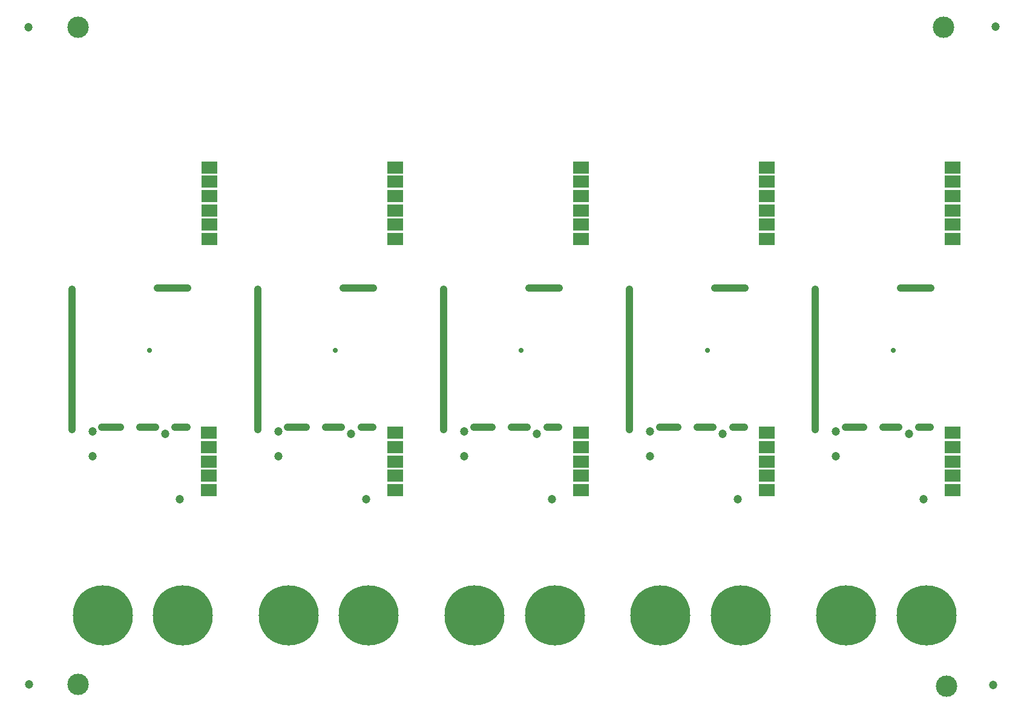
<source format=gts>
G04*
G04 #@! TF.GenerationSoftware,Altium Limited,Altium Designer,19.1.8 (144)*
G04*
G04 Layer_Color=8388736*
%FSAX25Y25*%
%MOIN*%
G70*
G01*
G75*
%ADD11C,0.04724*%
%ADD20C,0.03937*%
%ADD76C,0.11811*%
%ADD77R,0.08674X0.06706*%
%ADD78C,0.33084*%
%ADD79C,0.04737*%
%ADD80C,0.02769*%
D11*
X0103478Y0122323D02*
D03*
X0095394Y0158504D02*
D03*
X0055236Y0146063D02*
D03*
X0055315Y0159567D02*
D03*
X0205840Y0122323D02*
D03*
X0197756Y0158504D02*
D03*
X0157598Y0146063D02*
D03*
X0157677Y0159567D02*
D03*
X0308202Y0122323D02*
D03*
X0300118Y0158504D02*
D03*
X0259961Y0146063D02*
D03*
X0260039Y0159567D02*
D03*
X0410564Y0122323D02*
D03*
X0402480Y0158504D02*
D03*
X0362323Y0146063D02*
D03*
X0362402Y0159567D02*
D03*
X0512926Y0122323D02*
D03*
X0504843Y0158504D02*
D03*
X0464685Y0146063D02*
D03*
X0464764Y0159567D02*
D03*
D20*
X0100797Y0161929D02*
X0107323D01*
X0081221D02*
X0089961D01*
X0060433Y0162047D02*
X0070639D01*
X0044016Y0160560D02*
Y0238032D01*
X0091024Y0238622D02*
X0107598D01*
X0203159Y0161929D02*
X0209685D01*
X0183583D02*
X0192323D01*
X0162795Y0162047D02*
X0173001D01*
X0146378Y0160560D02*
Y0238032D01*
X0193386Y0238622D02*
X0209961D01*
X0305522Y0161929D02*
X0312047D01*
X0285945D02*
X0294685D01*
X0265158Y0162047D02*
X0275363D01*
X0248740Y0160560D02*
Y0238032D01*
X0295748Y0238622D02*
X0312323D01*
X0407884Y0161929D02*
X0414409D01*
X0388307D02*
X0397047D01*
X0367520Y0162047D02*
X0377725D01*
X0351102Y0160560D02*
Y0238032D01*
X0398110Y0238622D02*
X0414685D01*
X0510246Y0161929D02*
X0516772D01*
X0490669D02*
X0499409D01*
X0469882Y0162047D02*
X0480087D01*
X0453465Y0160560D02*
Y0238032D01*
X0500472Y0238622D02*
X0517047D01*
D76*
X0047244Y0382323D02*
D03*
X0525669Y0019331D02*
D03*
X0524016Y0382323D02*
D03*
X0047244Y0020394D02*
D03*
D77*
X0119460Y0158957D02*
D03*
Y0151083D02*
D03*
Y0143209D02*
D03*
Y0127461D02*
D03*
Y0135335D02*
D03*
X0119528Y0281496D02*
D03*
Y0265748D02*
D03*
Y0273622D02*
D03*
Y0289370D02*
D03*
Y0297244D02*
D03*
Y0305118D02*
D03*
X0221822Y0158957D02*
D03*
Y0151083D02*
D03*
Y0143209D02*
D03*
Y0127461D02*
D03*
Y0135335D02*
D03*
X0221890Y0281496D02*
D03*
Y0265748D02*
D03*
Y0273622D02*
D03*
Y0289370D02*
D03*
Y0297244D02*
D03*
Y0305118D02*
D03*
X0324184Y0158957D02*
D03*
Y0151083D02*
D03*
Y0143209D02*
D03*
Y0127461D02*
D03*
Y0135335D02*
D03*
X0324252Y0281496D02*
D03*
Y0265748D02*
D03*
Y0273622D02*
D03*
Y0289370D02*
D03*
Y0297244D02*
D03*
Y0305118D02*
D03*
X0426547Y0158957D02*
D03*
Y0151083D02*
D03*
Y0143209D02*
D03*
Y0127461D02*
D03*
Y0135335D02*
D03*
X0426614Y0281496D02*
D03*
Y0265748D02*
D03*
Y0273622D02*
D03*
Y0289370D02*
D03*
Y0297244D02*
D03*
Y0305118D02*
D03*
X0528909Y0158957D02*
D03*
Y0151083D02*
D03*
Y0143209D02*
D03*
Y0127461D02*
D03*
Y0135335D02*
D03*
X0528976Y0281496D02*
D03*
Y0265748D02*
D03*
Y0273622D02*
D03*
Y0289370D02*
D03*
Y0297244D02*
D03*
Y0305118D02*
D03*
D78*
X0105118Y0058465D02*
D03*
X0061024D02*
D03*
X0207480D02*
D03*
X0163386D02*
D03*
X0309842D02*
D03*
X0265748D02*
D03*
X0412205D02*
D03*
X0368110D02*
D03*
X0514567D02*
D03*
X0470472D02*
D03*
D79*
X0020276Y0020394D02*
D03*
X0551417Y0019921D02*
D03*
X0552520Y0382874D02*
D03*
X0020118Y0382323D02*
D03*
D80*
X0086751Y0204422D02*
D03*
X0189113D02*
D03*
X0291475D02*
D03*
X0393837D02*
D03*
X0496199D02*
D03*
M02*

</source>
